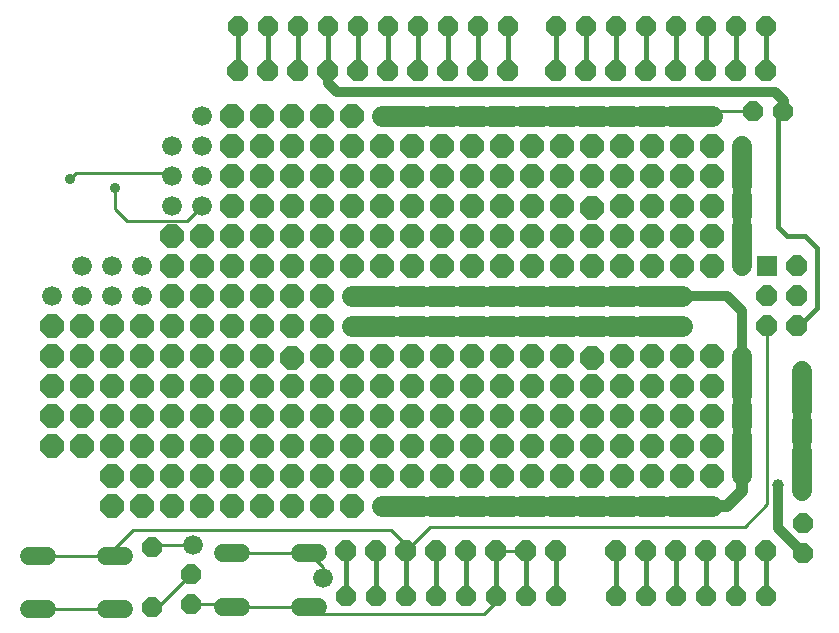
<source format=gbl>
G75*
%MOIN*%
%OFA0B0*%
%FSLAX24Y24*%
%IPPOS*%
%LPD*%
%AMOC8*
5,1,8,0,0,1.08239X$1,22.5*
%
%ADD10C,0.0600*%
%ADD11OC8,0.0660*%
%ADD12C,0.0709*%
%ADD13C,0.0660*%
%ADD14OC8,0.0700*%
%ADD15C,0.0660*%
%ADD16R,0.0700X0.0700*%
%ADD17C,0.0160*%
%ADD18C,0.0100*%
%ADD19C,0.0396*%
%ADD20C,0.0320*%
%ADD21C,0.0400*%
%ADD22OC8,0.0768*%
%ADD23C,0.0357*%
D10*
X000944Y001067D02*
X001544Y001067D01*
X003504Y001067D02*
X004104Y001067D01*
X004104Y002847D02*
X003504Y002847D01*
X001544Y002847D02*
X000944Y002847D01*
X007424Y002922D02*
X008024Y002922D01*
X008024Y001142D02*
X007424Y001142D01*
X009984Y001142D02*
X010584Y001142D01*
X010584Y002922D02*
X009984Y002922D01*
D11*
X011500Y001500D03*
X012500Y001500D03*
X013500Y001500D03*
X014500Y001500D03*
X015500Y001500D03*
X016500Y001500D03*
X017500Y001500D03*
X018500Y001500D03*
X020500Y001500D03*
X021500Y001500D03*
X022500Y001500D03*
X023500Y001500D03*
X024500Y001500D03*
X025500Y001500D03*
X026746Y002918D03*
X026746Y003918D03*
X026068Y017654D03*
X025068Y017654D03*
X025500Y020500D03*
X024500Y020500D03*
X023500Y020500D03*
X022500Y020500D03*
X021500Y020500D03*
X020500Y020500D03*
X019500Y020500D03*
X018500Y020500D03*
X016900Y020500D03*
X015900Y020500D03*
X014900Y020500D03*
X013900Y020500D03*
X012900Y020500D03*
X011900Y020500D03*
X010900Y020500D03*
X009900Y020500D03*
X008900Y020500D03*
X007900Y020500D03*
X005054Y003132D03*
X006354Y002232D03*
X006354Y001232D03*
X005054Y001132D03*
D12*
X012704Y004482D02*
X013413Y004482D01*
X013350Y004482D02*
X014058Y004482D01*
X014350Y004482D02*
X015058Y004482D01*
X015350Y004482D02*
X016058Y004482D01*
X016350Y004482D02*
X017058Y004482D01*
X017350Y004482D02*
X018058Y004482D01*
X018350Y004482D02*
X019058Y004482D01*
X019350Y004482D02*
X020058Y004482D01*
X020350Y004482D02*
X021058Y004482D01*
X021350Y004482D02*
X022058Y004482D01*
X022350Y004482D02*
X023058Y004482D01*
X022995Y004482D02*
X023704Y004482D01*
X022704Y010482D02*
X021995Y010482D01*
X022058Y010482D02*
X021350Y010482D01*
X021058Y010482D02*
X020350Y010482D01*
X020058Y010482D02*
X019350Y010482D01*
X019058Y010482D02*
X018350Y010482D01*
X018058Y010482D02*
X017350Y010482D01*
X017058Y010482D02*
X016350Y010482D01*
X016058Y010482D02*
X015350Y010482D01*
X015058Y010482D02*
X014350Y010482D01*
X014058Y010482D02*
X013350Y010482D01*
X013058Y010482D02*
X012350Y010482D01*
X012413Y010482D02*
X011704Y010482D01*
X011704Y011482D02*
X012413Y011482D01*
X012350Y011482D02*
X013058Y011482D01*
X013350Y011482D02*
X014058Y011482D01*
X014350Y011482D02*
X015058Y011482D01*
X015350Y011482D02*
X016058Y011482D01*
X016350Y011482D02*
X017058Y011482D01*
X017350Y011482D02*
X018058Y011482D01*
X018350Y011482D02*
X019058Y011482D01*
X019350Y011482D02*
X020058Y011482D01*
X020350Y011482D02*
X021058Y011482D01*
X021350Y011482D02*
X022058Y011482D01*
X021995Y011482D02*
X022704Y011482D01*
X022995Y017482D02*
X023704Y017482D01*
X023058Y017482D02*
X022350Y017482D01*
X022058Y017482D02*
X021350Y017482D01*
X021058Y017482D02*
X020350Y017482D01*
X020058Y017482D02*
X019350Y017482D01*
X019058Y017482D02*
X018350Y017482D01*
X018058Y017482D02*
X017350Y017482D01*
X017058Y017482D02*
X016350Y017482D01*
X016058Y017482D02*
X015350Y017482D01*
X015058Y017482D02*
X014350Y017482D01*
X014058Y017482D02*
X013350Y017482D01*
X013413Y017482D02*
X012704Y017482D01*
D13*
X006704Y017482D03*
X006704Y016482D03*
X005704Y016482D03*
X005704Y015482D03*
X006704Y015482D03*
X006704Y014482D03*
X005704Y014482D03*
X004704Y012482D03*
X003704Y012482D03*
X003704Y011482D03*
X004704Y011482D03*
X002704Y011482D03*
X001704Y011482D03*
X002704Y012482D03*
X006404Y003182D03*
X010754Y002082D03*
D14*
X011500Y003000D03*
X012500Y003000D03*
X013500Y003000D03*
X014500Y003000D03*
X015500Y003000D03*
X016500Y003000D03*
X017500Y003000D03*
X018500Y003000D03*
X020500Y003000D03*
X021500Y003000D03*
X022500Y003000D03*
X023500Y003000D03*
X024500Y003000D03*
X025500Y003000D03*
X025550Y010500D03*
X026550Y010500D03*
X026550Y011500D03*
X025550Y011500D03*
X026550Y012500D03*
X025500Y019000D03*
X024500Y019000D03*
X023500Y019000D03*
X022500Y019000D03*
X021500Y019000D03*
X020500Y019000D03*
X019500Y019000D03*
X018500Y019000D03*
X016900Y019000D03*
X015900Y019000D03*
X014900Y019000D03*
X013900Y019000D03*
X012900Y019000D03*
X011900Y019000D03*
X010900Y019000D03*
X009900Y019000D03*
X008900Y019000D03*
X007900Y019000D03*
D15*
X024700Y016500D02*
X024700Y015840D01*
X024700Y015830D02*
X024700Y015170D01*
X024700Y014830D02*
X024700Y014170D01*
X024700Y013830D02*
X024700Y013170D01*
X024700Y013160D02*
X024700Y012500D01*
X024700Y009500D02*
X024700Y008840D01*
X024700Y008830D02*
X024700Y008170D01*
X024700Y007830D02*
X024700Y007170D01*
X024700Y006830D02*
X024700Y006170D01*
X024700Y006160D02*
X024700Y005500D01*
X026700Y005660D02*
X026700Y005000D01*
X026700Y005670D02*
X026700Y006330D01*
X026700Y006670D02*
X026700Y007330D01*
X026700Y007670D02*
X026700Y008330D01*
X026700Y008340D02*
X026700Y009000D01*
D16*
X025550Y012500D03*
D17*
X024700Y012500D02*
X024700Y012600D01*
X025900Y013800D02*
X026200Y013500D01*
X026800Y013500D01*
X027200Y013100D01*
X027200Y011100D01*
X026600Y010500D01*
X026550Y010500D01*
X025900Y013800D02*
X025900Y017486D01*
X026068Y017654D01*
X025500Y019000D02*
X025500Y020500D01*
X024500Y020500D02*
X024500Y019000D01*
X023500Y019000D02*
X023500Y020500D01*
X022500Y020500D02*
X022500Y019000D01*
X021500Y019000D02*
X021500Y020500D01*
X020500Y020500D02*
X020500Y019000D01*
X019500Y019000D02*
X019500Y020500D01*
X018500Y020500D02*
X018500Y019000D01*
X016900Y019000D02*
X016900Y020500D01*
X015900Y020500D02*
X015900Y019000D01*
X014900Y019000D02*
X014900Y020500D01*
X013900Y020500D02*
X013900Y019000D01*
X012900Y019000D02*
X012900Y020500D01*
X011900Y020500D02*
X011900Y019000D01*
X010900Y019000D02*
X010900Y020500D01*
X009900Y020500D02*
X009900Y019000D01*
X008900Y019000D02*
X008900Y020500D01*
X007900Y020500D02*
X007900Y019000D01*
X011500Y003000D02*
X011500Y001500D01*
X012500Y001500D02*
X012500Y003000D01*
X013500Y003000D02*
X013500Y001500D01*
X014500Y001500D02*
X014500Y003000D01*
X015500Y003000D02*
X015500Y001500D01*
X016500Y001500D02*
X016500Y003000D01*
X017500Y003000D02*
X017500Y001500D01*
X018500Y001500D02*
X018500Y003000D01*
X020500Y003000D02*
X020500Y001500D01*
X021500Y001500D02*
X021500Y003000D01*
X022500Y003000D02*
X022500Y001500D01*
X023500Y001500D02*
X023500Y003000D01*
X024500Y003000D02*
X024500Y001500D01*
X025500Y001500D02*
X025500Y003000D01*
D18*
X024800Y003800D02*
X025550Y004550D01*
X025550Y010500D01*
X024800Y003800D02*
X014300Y003800D01*
X013500Y003000D01*
X013500Y003200D01*
X013000Y003700D01*
X004400Y003700D01*
X003804Y003104D01*
X003804Y002847D01*
X001244Y002847D01*
X001244Y001067D02*
X003804Y001067D01*
X005054Y001132D02*
X005254Y001132D01*
X006354Y002232D01*
X006404Y003182D02*
X005104Y003182D01*
X005054Y003132D01*
X006354Y001232D02*
X007634Y001232D01*
X007724Y001142D01*
X010284Y001142D01*
X010526Y000900D01*
X016100Y000900D01*
X016500Y001300D01*
X016500Y001500D01*
X016500Y003000D02*
X017500Y003000D01*
X010754Y002452D02*
X010754Y002082D01*
X010754Y002452D02*
X010284Y002922D01*
X007724Y002922D01*
X006222Y014000D02*
X004200Y014000D01*
X003800Y014400D01*
X003800Y015100D01*
X002500Y015600D02*
X002300Y015400D01*
X002500Y015600D02*
X005400Y015600D01*
X005622Y015400D01*
X005704Y015482D01*
X006704Y014482D02*
X006222Y014000D01*
X010900Y018600D02*
X010900Y019000D01*
X023704Y017482D02*
X023876Y017654D01*
X025068Y017654D01*
D19*
X025900Y005200D03*
D20*
X025900Y003764D01*
X026746Y002918D01*
X024700Y005500D02*
X024700Y011000D01*
X024218Y011482D01*
X022704Y011482D01*
X026068Y017654D02*
X026100Y017686D01*
X026100Y018000D01*
X025800Y018300D01*
X011200Y018300D01*
X010900Y018600D01*
D21*
X024700Y005500D02*
X024700Y005000D01*
X024200Y004500D01*
X023722Y004500D01*
X023704Y004482D01*
D22*
X023704Y005482D03*
X023704Y006482D03*
X022704Y006482D03*
X021704Y006482D03*
X021704Y005482D03*
X022704Y005482D03*
X020704Y005482D03*
X019704Y005482D03*
X019704Y006482D03*
X020704Y006482D03*
X020704Y007482D03*
X019704Y007482D03*
X018704Y007482D03*
X017704Y007482D03*
X016704Y007482D03*
X015704Y007482D03*
X014704Y007482D03*
X013704Y007482D03*
X012704Y007482D03*
X011704Y007482D03*
X010704Y007482D03*
X009704Y007482D03*
X008704Y007482D03*
X007704Y007482D03*
X006704Y007482D03*
X005704Y007482D03*
X004704Y007482D03*
X003704Y007482D03*
X002704Y007482D03*
X001704Y007482D03*
X001704Y006482D03*
X002704Y006482D03*
X003704Y006482D03*
X004704Y006482D03*
X005704Y006482D03*
X006704Y006482D03*
X007704Y006482D03*
X008704Y006482D03*
X009704Y006482D03*
X010704Y006482D03*
X011704Y006482D03*
X012704Y006482D03*
X013704Y006482D03*
X014704Y006482D03*
X015704Y006482D03*
X016704Y006482D03*
X017704Y006482D03*
X018704Y006482D03*
X018704Y005482D03*
X017704Y005482D03*
X016704Y005482D03*
X015704Y005482D03*
X014704Y005482D03*
X013704Y005482D03*
X012704Y005482D03*
X011704Y005482D03*
X010704Y005482D03*
X009704Y005482D03*
X008704Y005482D03*
X007704Y005482D03*
X006704Y005482D03*
X005704Y005482D03*
X004704Y005482D03*
X003704Y005482D03*
X003704Y004482D03*
X004704Y004482D03*
X005704Y004482D03*
X006704Y004482D03*
X007704Y004482D03*
X008704Y004482D03*
X009704Y004482D03*
X010704Y004482D03*
X011704Y004482D03*
X011704Y008482D03*
X012704Y008482D03*
X013704Y008482D03*
X014704Y008482D03*
X015704Y008482D03*
X016704Y008482D03*
X017704Y008482D03*
X018704Y008482D03*
X019704Y008482D03*
X020704Y008482D03*
X021704Y008482D03*
X022704Y008482D03*
X023704Y008482D03*
X023704Y009482D03*
X022704Y009482D03*
X021704Y009482D03*
X020704Y009482D03*
X019704Y009432D03*
X018704Y009482D03*
X017704Y009482D03*
X016704Y009482D03*
X015704Y009482D03*
X014704Y009482D03*
X013704Y009482D03*
X012704Y009482D03*
X011704Y009482D03*
X010704Y009482D03*
X010704Y008482D03*
X009704Y008482D03*
X008704Y008482D03*
X008704Y009482D03*
X009704Y009432D03*
X009704Y010482D03*
X008704Y010482D03*
X007704Y010482D03*
X006704Y010482D03*
X005704Y010482D03*
X004704Y010482D03*
X003704Y010482D03*
X002704Y010482D03*
X001704Y010482D03*
X001704Y009482D03*
X002704Y009482D03*
X003704Y009482D03*
X004704Y009482D03*
X005704Y009482D03*
X006704Y009482D03*
X007704Y009482D03*
X007704Y008482D03*
X006704Y008482D03*
X005704Y008482D03*
X004704Y008482D03*
X003704Y008482D03*
X002704Y008482D03*
X001704Y008482D03*
X005704Y011482D03*
X006704Y011482D03*
X007704Y011482D03*
X008704Y011482D03*
X009704Y011482D03*
X010704Y011482D03*
X010704Y012482D03*
X011704Y012482D03*
X012704Y012482D03*
X013704Y012482D03*
X014704Y012482D03*
X015704Y012482D03*
X016704Y012482D03*
X017704Y012482D03*
X018704Y012482D03*
X019704Y012482D03*
X020704Y012482D03*
X021704Y012482D03*
X022704Y012482D03*
X023704Y012482D03*
X023704Y013482D03*
X023704Y014482D03*
X022704Y014482D03*
X021704Y014482D03*
X021704Y013482D03*
X022704Y013482D03*
X020704Y013482D03*
X019704Y013482D03*
X019704Y014432D03*
X020704Y014482D03*
X020704Y015482D03*
X019704Y015482D03*
X018704Y015482D03*
X017704Y015482D03*
X016704Y015482D03*
X015704Y015482D03*
X014704Y015482D03*
X013704Y015482D03*
X012704Y015482D03*
X011704Y015482D03*
X010704Y015482D03*
X009704Y015482D03*
X008704Y015482D03*
X007704Y015482D03*
X007704Y014482D03*
X008704Y014482D03*
X009704Y014482D03*
X010704Y014482D03*
X011704Y014482D03*
X012704Y014482D03*
X013704Y014482D03*
X014704Y014482D03*
X015704Y014482D03*
X016704Y014482D03*
X017704Y014482D03*
X018704Y014482D03*
X018704Y013482D03*
X017704Y013482D03*
X016704Y013482D03*
X015704Y013482D03*
X014704Y013482D03*
X013704Y013482D03*
X012704Y013482D03*
X011704Y013482D03*
X010704Y013482D03*
X009704Y013482D03*
X008704Y013482D03*
X007704Y013482D03*
X006704Y013482D03*
X005704Y013482D03*
X005704Y012482D03*
X006704Y012482D03*
X007704Y012482D03*
X008704Y012482D03*
X009704Y012482D03*
X010704Y010482D03*
X010704Y016482D03*
X011704Y016482D03*
X012704Y016482D03*
X013704Y016482D03*
X014704Y016482D03*
X015704Y016482D03*
X016704Y016482D03*
X017704Y016482D03*
X018704Y016482D03*
X019704Y016482D03*
X020704Y016482D03*
X021704Y016482D03*
X022704Y016482D03*
X023704Y016482D03*
X023704Y015482D03*
X022704Y015482D03*
X021704Y015482D03*
X011704Y017482D03*
X010704Y017482D03*
X009704Y017482D03*
X008704Y017482D03*
X008704Y016482D03*
X009704Y016482D03*
X007704Y016482D03*
X007704Y017482D03*
X021704Y007482D03*
X022704Y007482D03*
X023704Y007482D03*
D23*
X003800Y015100D03*
X002300Y015400D03*
M02*

</source>
